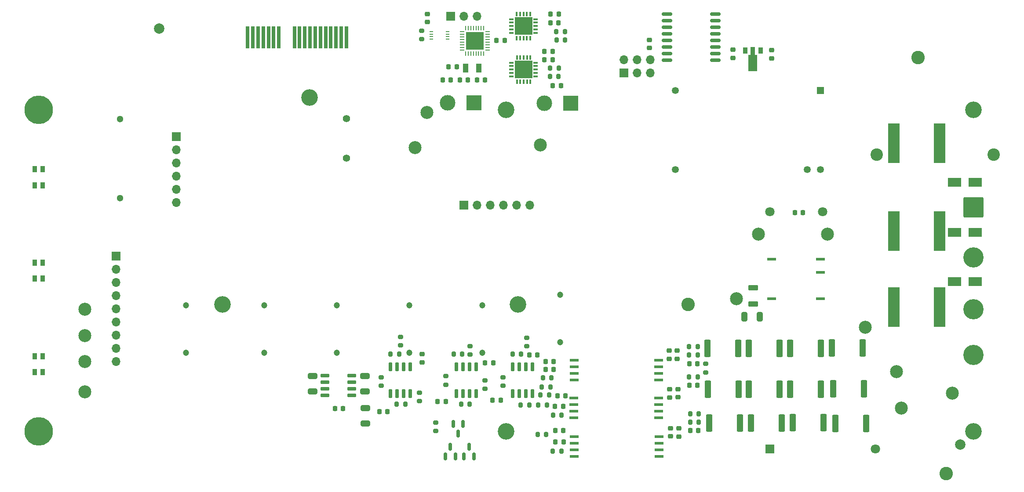
<source format=gbr>
%TF.GenerationSoftware,KiCad,Pcbnew,8.0.5*%
%TF.CreationDate,2024-11-08T09:24:58+00:00*%
%TF.ProjectId,Main_V44,4d61696e-5f56-4343-942e-6b696361645f,rev?*%
%TF.SameCoordinates,Original*%
%TF.FileFunction,Soldermask,Bot*%
%TF.FilePolarity,Negative*%
%FSLAX46Y46*%
G04 Gerber Fmt 4.6, Leading zero omitted, Abs format (unit mm)*
G04 Created by KiCad (PCBNEW 8.0.5) date 2024-11-08 09:24:58*
%MOMM*%
%LPD*%
G01*
G04 APERTURE LIST*
G04 Aperture macros list*
%AMRoundRect*
0 Rectangle with rounded corners*
0 $1 Rounding radius*
0 $2 $3 $4 $5 $6 $7 $8 $9 X,Y pos of 4 corners*
0 Add a 4 corners polygon primitive as box body*
4,1,4,$2,$3,$4,$5,$6,$7,$8,$9,$2,$3,0*
0 Add four circle primitives for the rounded corners*
1,1,$1+$1,$2,$3*
1,1,$1+$1,$4,$5*
1,1,$1+$1,$6,$7*
1,1,$1+$1,$8,$9*
0 Add four rect primitives between the rounded corners*
20,1,$1+$1,$2,$3,$4,$5,0*
20,1,$1+$1,$4,$5,$6,$7,0*
20,1,$1+$1,$6,$7,$8,$9,0*
20,1,$1+$1,$8,$9,$2,$3,0*%
%AMFreePoly0*
4,1,9,3.862500,-0.866500,0.737500,-0.866500,0.737500,-0.450000,-0.737500,-0.450000,-0.737500,0.450000,0.737500,0.450000,0.737500,0.866500,3.862500,0.866500,3.862500,-0.866500,3.862500,-0.866500,$1*%
G04 Aperture macros list end*
%ADD10R,3.000000X3.000000*%
%ADD11C,3.000000*%
%ADD12C,5.500000*%
%ADD13C,3.600000*%
%ADD14C,1.300000*%
%ADD15C,1.200000*%
%ADD16RoundRect,0.250002X-1.699998X-1.699998X1.699998X-1.699998X1.699998X1.699998X-1.699998X1.699998X0*%
%ADD17C,3.900000*%
%ADD18R,1.700000X1.700000*%
%ADD19O,1.700000X1.700000*%
%ADD20C,1.400000*%
%ADD21C,2.600000*%
%ADD22C,3.200000*%
%ADD23C,2.400000*%
%ADD24R,0.700000X4.300000*%
%ADD25R,1.350000X1.350000*%
%ADD26C,1.350000*%
%ADD27R,1.800000X1.800000*%
%ADD28C,1.800000*%
%ADD29RoundRect,0.200000X0.200000X0.275000X-0.200000X0.275000X-0.200000X-0.275000X0.200000X-0.275000X0*%
%ADD30RoundRect,0.225000X0.250000X-0.225000X0.250000X0.225000X-0.250000X0.225000X-0.250000X-0.225000X0*%
%ADD31R,2.260600X7.696200*%
%ADD32RoundRect,0.200000X-0.200000X-0.275000X0.200000X-0.275000X0.200000X0.275000X-0.200000X0.275000X0*%
%ADD33C,2.500000*%
%ADD34RoundRect,0.250000X0.362500X1.425000X-0.362500X1.425000X-0.362500X-1.425000X0.362500X-1.425000X0*%
%ADD35RoundRect,0.200000X0.275000X-0.200000X0.275000X0.200000X-0.275000X0.200000X-0.275000X-0.200000X0*%
%ADD36RoundRect,0.250000X0.650000X-0.325000X0.650000X0.325000X-0.650000X0.325000X-0.650000X-0.325000X0*%
%ADD37RoundRect,0.225000X-0.225000X-0.250000X0.225000X-0.250000X0.225000X0.250000X-0.225000X0.250000X0*%
%ADD38RoundRect,0.150000X-0.150000X0.725000X-0.150000X-0.725000X0.150000X-0.725000X0.150000X0.725000X0*%
%ADD39RoundRect,0.225000X0.225000X0.250000X-0.225000X0.250000X-0.225000X-0.250000X0.225000X-0.250000X0*%
%ADD40R,1.000000X1.800000*%
%ADD41R,0.863600X1.244600*%
%ADD42C,2.000000*%
%ADD43RoundRect,0.200000X-0.275000X0.200000X-0.275000X-0.200000X0.275000X-0.200000X0.275000X0.200000X0*%
%ADD44R,1.803400X0.558800*%
%ADD45RoundRect,0.250000X-0.325000X-0.650000X0.325000X-0.650000X0.325000X0.650000X-0.325000X0.650000X0*%
%ADD46R,0.750000X0.250000*%
%ADD47RoundRect,0.150000X-0.150000X0.587500X-0.150000X-0.587500X0.150000X-0.587500X0.150000X0.587500X0*%
%ADD48RoundRect,0.225000X-0.250000X0.225000X-0.250000X-0.225000X0.250000X-0.225000X0.250000X0.225000X0*%
%ADD49R,2.500000X1.800000*%
%ADD50R,1.676400X0.558800*%
%ADD51R,0.812800X0.254000*%
%ADD52R,0.254000X0.812800*%
%ADD53R,3.505200X3.505200*%
%ADD54RoundRect,0.150000X-0.875000X-0.150000X0.875000X-0.150000X0.875000X0.150000X-0.875000X0.150000X0*%
%ADD55R,0.965200X0.304800*%
%ADD56R,0.304800X0.965200*%
%ADD57R,3.352800X3.352800*%
%ADD58RoundRect,0.150000X-0.725000X-0.150000X0.725000X-0.150000X0.725000X0.150000X-0.725000X0.150000X0*%
%ADD59RoundRect,0.150000X0.150000X-0.587500X0.150000X0.587500X-0.150000X0.587500X-0.150000X-0.587500X0*%
%ADD60RoundRect,0.250000X-0.700000X0.275000X-0.700000X-0.275000X0.700000X-0.275000X0.700000X0.275000X0*%
%ADD61R,0.900000X1.300000*%
%ADD62FreePoly0,270.000000*%
G04 APERTURE END LIST*
D10*
%TO.C,J27*%
X87800000Y-2667000D03*
D11*
X82720000Y-2667000D03*
%TD*%
D12*
%TO.C,H1*%
X4000000Y-4000000D03*
D13*
X4000000Y-4000000D03*
%TD*%
D14*
%TO.C,J2*%
X19675000Y-5765000D03*
X19675000Y-21005000D03*
%TD*%
D15*
%TO.C,U17*%
X61400000Y-50800000D03*
X61400000Y-41650000D03*
%TD*%
D16*
%TO.C,J23*%
X184000000Y-22800000D03*
%TD*%
D17*
%TO.C,J26*%
X184000000Y-51260000D03*
%TD*%
D18*
%TO.C,J5*%
X116680000Y3085000D03*
D19*
X116680000Y5625000D03*
X119220000Y3085000D03*
X119220000Y5625000D03*
X121760000Y3085000D03*
X121760000Y5625000D03*
%TD*%
D20*
%TO.C,J3*%
X63275000Y-5715000D03*
X63275000Y-13335000D03*
%TD*%
D15*
%TO.C,U15*%
X89400000Y-50800000D03*
X89400000Y-41650000D03*
%TD*%
D10*
%TO.C,J28*%
X106451400Y-2717800D03*
D11*
X101371400Y-2717800D03*
%TD*%
D21*
%TO.C,H12*%
X178714400Y-74091800D03*
%TD*%
%TO.C,H8*%
X173355000Y6096000D03*
%TD*%
D22*
%TO.C,H9*%
X56125000Y-1610000D03*
%TD*%
%TO.C,H4*%
X184000000Y-66000000D03*
%TD*%
D23*
%TO.C,C52*%
X187881600Y-12598400D03*
X165381600Y-12598400D03*
%TD*%
D15*
%TO.C,U19*%
X32400000Y-41650000D03*
X32400000Y-50800000D03*
%TD*%
D24*
%TO.C,J7*%
X63250000Y10000000D03*
X62250000Y10000000D03*
X61250000Y10000000D03*
X60250000Y10000000D03*
X59250000Y10000000D03*
X58250000Y10000000D03*
X57250000Y10000000D03*
X56250000Y10000000D03*
X55250000Y10000000D03*
X54250000Y10000000D03*
X53250000Y10000000D03*
X50250000Y10000000D03*
X49250000Y10000000D03*
X48250000Y10000000D03*
X47250000Y10000000D03*
X46250000Y10000000D03*
X45250000Y10000000D03*
X44250000Y10000000D03*
%TD*%
D15*
%TO.C,U16*%
X75410000Y-50780000D03*
X75410000Y-41630000D03*
%TD*%
D22*
%TO.C,H7*%
X96283000Y-41500200D03*
%TD*%
D15*
%TO.C,U18*%
X47400000Y-50800000D03*
X47400000Y-41650000D03*
%TD*%
D25*
%TO.C,PS2*%
X154510000Y-250000D03*
D26*
X126570000Y-250000D03*
X126570000Y-15490000D03*
X151970000Y-15490000D03*
X154510000Y-15490000D03*
%TD*%
D18*
%TO.C,J13*%
X85877000Y-22377800D03*
D19*
X88417000Y-22377800D03*
X90957000Y-22377800D03*
X93497000Y-22377800D03*
X96037000Y-22377800D03*
X98577000Y-22377800D03*
%TD*%
D13*
%TO.C,H6*%
X4000000Y-66000000D03*
D12*
X4000000Y-66000000D03*
%TD*%
D27*
%TO.C,PS1*%
X144830000Y-69327500D03*
D28*
X165150000Y-69327500D03*
X154990000Y-23607500D03*
X144830000Y-23607500D03*
%TD*%
D22*
%TO.C,H3*%
X94000000Y-4000000D03*
%TD*%
D17*
%TO.C,J24*%
X184000000Y-32400000D03*
%TD*%
D21*
%TO.C,H10*%
X129032000Y-41478200D03*
%TD*%
D22*
%TO.C,H5*%
X94000000Y-66000000D03*
%TD*%
%TO.C,H2*%
X184000000Y-4000000D03*
%TD*%
%TO.C,H11*%
X39411400Y-41500200D03*
%TD*%
D18*
%TO.C,J4*%
X30505400Y-9169400D03*
D19*
X30505400Y-11709400D03*
X30505400Y-14249400D03*
X30505400Y-16789400D03*
X30505400Y-19329400D03*
X30505400Y-21869400D03*
%TD*%
D17*
%TO.C,J25*%
X184000000Y-42400000D03*
%TD*%
D18*
%TO.C,J15*%
X18925000Y-32180000D03*
D19*
X18925000Y-34720000D03*
X18925000Y-37260000D03*
X18925000Y-39800000D03*
X18925000Y-42340000D03*
X18925000Y-44880000D03*
X18925000Y-47420000D03*
X18925000Y-49960000D03*
X18925000Y-52500000D03*
%TD*%
D15*
%TO.C,U14*%
X104400000Y-39650000D03*
X104400000Y-48800000D03*
%TD*%
D29*
%TO.C,R4*%
X130902900Y-51261200D03*
X129252900Y-51261200D03*
%TD*%
D30*
%TO.C,C24*%
X127076200Y-59398200D03*
X127076200Y-57848200D03*
%TD*%
D31*
%TO.C,RV3*%
X177481500Y-42025000D03*
X168718500Y-42025000D03*
%TD*%
D32*
%TO.C,R45*%
X96825000Y-60850000D03*
X98475000Y-60850000D03*
%TD*%
D33*
%TO.C,J19*%
X12877800Y-47472600D03*
%TD*%
%TO.C,J20*%
X12877800Y-52476400D03*
%TD*%
D18*
%TO.C,J21*%
X83352400Y14071600D03*
D19*
X85892400Y14071600D03*
X88432400Y14071600D03*
%TD*%
D34*
%TO.C,R5*%
X162690400Y-49911200D03*
X156765400Y-49911200D03*
%TD*%
%TO.C,R20*%
X139085400Y-64391200D03*
X133160400Y-64391200D03*
%TD*%
D30*
%TO.C,C1*%
X121640600Y7962600D03*
X121640600Y9512600D03*
%TD*%
%TO.C,C22*%
X125628400Y-66916600D03*
X125628400Y-65366600D03*
%TD*%
D32*
%TO.C,R32*%
X100089200Y-66573400D03*
X101739200Y-66573400D03*
%TD*%
D35*
%TO.C,R38*%
X89916000Y-57797200D03*
X89916000Y-56147200D03*
%TD*%
D36*
%TO.C,C18*%
X56710000Y-58235000D03*
X56710000Y-55285000D03*
%TD*%
D37*
%TO.C,C48*%
X102552200Y12801600D03*
X104102200Y12801600D03*
%TD*%
D38*
%TO.C,U3*%
X95278554Y-53535000D03*
X96548554Y-53535000D03*
X97818554Y-53535000D03*
X99088554Y-53535000D03*
X99088554Y-58685000D03*
X97818554Y-58685000D03*
X96548554Y-58685000D03*
X95278554Y-58685000D03*
%TD*%
D36*
%TO.C,C19*%
X66810000Y-58225000D03*
X66810000Y-55275000D03*
%TD*%
D37*
%TO.C,C15*%
X149593000Y-23799800D03*
X151143000Y-23799800D03*
%TD*%
D39*
%TO.C,C42*%
X93713600Y9398000D03*
X92163600Y9398000D03*
%TD*%
D37*
%TO.C,C4*%
X129302900Y-57061200D03*
X130852900Y-57061200D03*
%TD*%
D34*
%TO.C,R7*%
X146690400Y-49961200D03*
X140765400Y-49961200D03*
%TD*%
D40*
%TO.C,Y1*%
X86253000Y4089400D03*
X88753000Y4089400D03*
%TD*%
D41*
%TO.C,LED1*%
X4750001Y-18536700D03*
X3249999Y-18536700D03*
X3249999Y-15463300D03*
X4750001Y-15463300D03*
%TD*%
D32*
%TO.C,R37*%
X83925000Y-51100000D03*
X85575000Y-51100000D03*
%TD*%
D42*
%TO.C,FID1*%
X27203400Y11684000D03*
%TD*%
D31*
%TO.C,RV1*%
X177481500Y-10425000D03*
X168718500Y-10425000D03*
%TD*%
D33*
%TO.C,J32*%
X138379200Y-40411400D03*
%TD*%
D32*
%TO.C,R27*%
X101079800Y-55600600D03*
X102729800Y-55600600D03*
%TD*%
D39*
%TO.C,C34*%
X71133000Y-62153800D03*
X69583000Y-62153800D03*
%TD*%
D34*
%TO.C,R6*%
X154640400Y-49961200D03*
X148715400Y-49961200D03*
%TD*%
D43*
%TO.C,R42*%
X77300000Y-58475000D03*
X77300000Y-60125000D03*
%TD*%
D35*
%TO.C,R43*%
X69930000Y-57165000D03*
X69930000Y-55515000D03*
%TD*%
D39*
%TO.C,C28*%
X103162400Y-54025800D03*
X101612400Y-54025800D03*
%TD*%
D44*
%TO.C,U4*%
X123373400Y-59515000D03*
X123373400Y-60785000D03*
X123373400Y-62055000D03*
X123373400Y-63325000D03*
X107066600Y-63325000D03*
X107066600Y-62055000D03*
X107066600Y-60785000D03*
X107066600Y-59515000D03*
%TD*%
D39*
%TO.C,C29*%
X104991200Y-61112400D03*
X103441200Y-61112400D03*
%TD*%
D32*
%TO.C,R34*%
X103721400Y9474200D03*
X105371400Y9474200D03*
%TD*%
D45*
%TO.C,C53*%
X139901400Y-43840400D03*
X142851400Y-43840400D03*
%TD*%
D32*
%TO.C,R30*%
X100200000Y-60875000D03*
X101850000Y-60875000D03*
%TD*%
D39*
%TO.C,C31*%
X103162400Y-52476400D03*
X101612400Y-52476400D03*
%TD*%
D33*
%TO.C,J10*%
X179933600Y-58597800D03*
%TD*%
D32*
%TO.C,R31*%
X102984800Y-69748400D03*
X104634800Y-69748400D03*
%TD*%
D37*
%TO.C,C38*%
X89979200Y-52755800D03*
X91529200Y-52755800D03*
%TD*%
D41*
%TO.C,LED2*%
X4750001Y-36536700D03*
X3249999Y-36536700D03*
X3249999Y-33463300D03*
X4750001Y-33463300D03*
%TD*%
D46*
%TO.C,U9*%
X82753800Y11113200D03*
X82753800Y10613200D03*
X82753800Y10113200D03*
X82753800Y9613200D03*
X79653800Y9613200D03*
X79653800Y10113200D03*
X79653800Y10613200D03*
X79653800Y11113200D03*
%TD*%
D33*
%TO.C,J11*%
X100634800Y-10744200D03*
%TD*%
D44*
%TO.C,U6*%
X123473400Y-67015000D03*
X123473400Y-68285000D03*
X123473400Y-69555000D03*
X123473400Y-70825000D03*
X107166600Y-70825000D03*
X107166600Y-69555000D03*
X107166600Y-68285000D03*
X107166600Y-67015000D03*
%TD*%
D47*
%TO.C,Q3*%
X83835200Y-64492900D03*
X85735200Y-64492900D03*
X84785200Y-66367900D03*
%TD*%
D36*
%TO.C,C17*%
X66950000Y-64425000D03*
X66950000Y-61475000D03*
%TD*%
D34*
%TO.C,R12*%
X146640400Y-57861200D03*
X140715400Y-57861200D03*
%TD*%
D35*
%TO.C,R3*%
X97993200Y-49567600D03*
X97993200Y-47917600D03*
%TD*%
D37*
%TO.C,C7*%
X129477900Y-65831200D03*
X131027900Y-65831200D03*
%TD*%
D32*
%TO.C,R51*%
X102476800Y4064000D03*
X104126800Y4064000D03*
%TD*%
D33*
%TO.C,J22*%
X12877800Y-58369200D03*
%TD*%
D37*
%TO.C,C49*%
X101409200Y5638800D03*
X102959200Y5638800D03*
%TD*%
%TO.C,C45*%
X81775000Y1727200D03*
X83325000Y1727200D03*
%TD*%
D31*
%TO.C,RV2*%
X177481500Y-27325000D03*
X168718500Y-27325000D03*
%TD*%
D39*
%TO.C,C35*%
X82385200Y-60248800D03*
X80835200Y-60248800D03*
%TD*%
D35*
%TO.C,R14*%
X132477900Y-54611200D03*
X132477900Y-52961200D03*
%TD*%
D33*
%TO.C,J17*%
X78790800Y-4470400D03*
%TD*%
D48*
%TO.C,C25*%
X145135600Y7506000D03*
X145135600Y5956000D03*
%TD*%
D49*
%TO.C,D6*%
X184372000Y-37058600D03*
X180372000Y-37058600D03*
%TD*%
D37*
%TO.C,C50*%
X101409200Y7239000D03*
X102959200Y7239000D03*
%TD*%
D33*
%TO.C,J9*%
X170154600Y-61493400D03*
%TD*%
D37*
%TO.C,C37*%
X98475800Y-51231800D03*
X100025800Y-51231800D03*
%TD*%
D50*
%TO.C,PS3*%
X154508200Y-32740600D03*
X154508200Y-35280600D03*
X154508200Y-40360600D03*
X145161000Y-40360600D03*
X145161000Y-32740600D03*
%TD*%
D39*
%TO.C,C33*%
X92951600Y-59969400D03*
X91401600Y-59969400D03*
%TD*%
D34*
%TO.C,R11*%
X154590400Y-57811200D03*
X148665400Y-57811200D03*
%TD*%
D44*
%TO.C,U7*%
X123423400Y-52265000D03*
X123423400Y-53535000D03*
X123423400Y-54805000D03*
X123423400Y-56075000D03*
X107116600Y-56075000D03*
X107116600Y-54805000D03*
X107116600Y-53535000D03*
X107116600Y-52265000D03*
%TD*%
D42*
%TO.C,FID2*%
X181432200Y-68503800D03*
%TD*%
D49*
%TO.C,D5*%
X184372000Y-27609800D03*
X180372000Y-27609800D03*
%TD*%
D33*
%TO.C,J6*%
X163171100Y-45907400D03*
%TD*%
D37*
%TO.C,C46*%
X103009400Y635000D03*
X104559400Y635000D03*
%TD*%
D34*
%TO.C,R19*%
X147085400Y-64391200D03*
X141160400Y-64391200D03*
%TD*%
D32*
%TO.C,R46*%
X72925000Y-60740000D03*
X74575000Y-60740000D03*
%TD*%
D43*
%TO.C,R35*%
X80425000Y-64250000D03*
X80425000Y-65900000D03*
%TD*%
D30*
%TO.C,C23*%
X126949200Y-51956000D03*
X126949200Y-50406000D03*
%TD*%
D49*
%TO.C,D4*%
X184372000Y-17932400D03*
X180372000Y-17932400D03*
%TD*%
D34*
%TO.C,R8*%
X138740400Y-49961200D03*
X132815400Y-49961200D03*
%TD*%
D39*
%TO.C,C27*%
X105067400Y-67970400D03*
X103517400Y-67970400D03*
%TD*%
D35*
%TO.C,R41*%
X93440000Y-57195000D03*
X93440000Y-55545000D03*
%TD*%
D33*
%TO.C,J12*%
X142595600Y-27990800D03*
%TD*%
D30*
%TO.C,C20*%
X127285648Y-66942000D03*
X127285648Y-65392000D03*
%TD*%
D33*
%TO.C,J16*%
X76504800Y-11252200D03*
%TD*%
%TO.C,J8*%
X169214800Y-54457600D03*
%TD*%
D51*
%TO.C,U22*%
X85509100Y7546401D03*
X85509100Y8046400D03*
X85509100Y8546399D03*
X85509100Y9046400D03*
X85509100Y9546400D03*
X85509100Y10046401D03*
X85509100Y10546400D03*
X85509100Y11046399D03*
D52*
X86210201Y11747500D03*
X86710200Y11747500D03*
X87210199Y11747500D03*
X87710200Y11747500D03*
X88210200Y11747500D03*
X88710201Y11747500D03*
X89210200Y11747500D03*
X89710199Y11747500D03*
D51*
X90411300Y11046399D03*
X90411300Y10546400D03*
X90411300Y10046401D03*
X90411300Y9546400D03*
X90411300Y9046400D03*
X90411300Y8546399D03*
X90411300Y8046400D03*
X90411300Y7546401D03*
D52*
X89710199Y6845300D03*
X89210200Y6845300D03*
X88710201Y6845300D03*
X88210200Y6845300D03*
X87710200Y6845300D03*
X87210199Y6845300D03*
X86710200Y6845300D03*
X86210201Y6845300D03*
D53*
X87960200Y9296400D03*
%TD*%
D35*
%TO.C,R39*%
X82390000Y-56980000D03*
X82390000Y-55330000D03*
%TD*%
D54*
%TO.C,U2*%
X124990000Y5615000D03*
X124990000Y6885000D03*
X124990000Y8155000D03*
X124990000Y9425000D03*
X124990000Y10695000D03*
X124990000Y11965000D03*
X124990000Y13235000D03*
X124990000Y14505000D03*
X134290000Y14505000D03*
X134290000Y13235000D03*
X134290000Y11965000D03*
X134290000Y10695000D03*
X134290000Y9425000D03*
X134290000Y8155000D03*
X134290000Y6885000D03*
X134290000Y5615000D03*
%TD*%
D55*
%TO.C,U11*%
X99682300Y13466600D03*
X99682300Y12816599D03*
X99682300Y12166600D03*
X99682300Y11516601D03*
X99682300Y10866600D03*
D56*
X98658200Y9842500D03*
X98008199Y9842500D03*
X97358200Y9842500D03*
X96708201Y9842500D03*
X96058200Y9842500D03*
D55*
X95034100Y10866600D03*
X95034100Y11516601D03*
X95034100Y12166600D03*
X95034100Y12816599D03*
X95034100Y13466600D03*
D56*
X96058200Y14490700D03*
X96708201Y14490700D03*
X97358200Y14490700D03*
X98008199Y14490700D03*
X98658200Y14490700D03*
D57*
X97358200Y12166600D03*
%TD*%
D32*
%TO.C,R36*%
X95265000Y-51060000D03*
X96915000Y-51060000D03*
%TD*%
D29*
%TO.C,R28*%
X102552000Y-57378600D03*
X100902000Y-57378600D03*
%TD*%
D55*
%TO.C,U20*%
X99707700Y5084600D03*
X99707700Y4434599D03*
X99707700Y3784600D03*
X99707700Y3134601D03*
X99707700Y2484600D03*
D56*
X98683600Y1460500D03*
X98033599Y1460500D03*
X97383600Y1460500D03*
X96733601Y1460500D03*
X96083600Y1460500D03*
D55*
X95059500Y2484600D03*
X95059500Y3134601D03*
X95059500Y3784600D03*
X95059500Y4434599D03*
X95059500Y5084600D03*
D56*
X96083600Y6108700D03*
X96733601Y6108700D03*
X97383600Y6108700D03*
X98033599Y6108700D03*
X98683600Y6108700D03*
D57*
X97383600Y3784600D03*
%TD*%
D34*
%TO.C,R10*%
X162890400Y-57761200D03*
X156965400Y-57761200D03*
%TD*%
D32*
%TO.C,R53*%
X102451400Y2463800D03*
X104101400Y2463800D03*
%TD*%
D39*
%TO.C,C32*%
X105423000Y-59105800D03*
X103873000Y-59105800D03*
%TD*%
D58*
%TO.C,U21*%
X59135000Y-59055000D03*
X59135000Y-57785000D03*
X59135000Y-56515000D03*
X59135000Y-55245000D03*
X64285000Y-55245000D03*
X64285000Y-56515000D03*
X64285000Y-57785000D03*
X64285000Y-59055000D03*
%TD*%
D33*
%TO.C,J14*%
X155905200Y-27990800D03*
%TD*%
D29*
%TO.C,R9*%
X130902900Y-49661200D03*
X129252900Y-49661200D03*
%TD*%
D30*
%TO.C,C10*%
X137668000Y6032200D03*
X137668000Y7582200D03*
%TD*%
%TO.C,C39*%
X77825600Y-52654200D03*
X77825600Y-51104200D03*
%TD*%
D33*
%TO.C,J18*%
X12877800Y-42392600D03*
%TD*%
D35*
%TO.C,R33*%
X77724000Y9639800D03*
X77724000Y11289800D03*
%TD*%
D29*
%TO.C,R21*%
X131097900Y-62591200D03*
X129447900Y-62591200D03*
%TD*%
D59*
%TO.C,Q2*%
X87818000Y-70812900D03*
X85918000Y-70812900D03*
X86868000Y-68937900D03*
%TD*%
D38*
%TO.C,U12*%
X84418554Y-53535000D03*
X85688554Y-53535000D03*
X86958554Y-53535000D03*
X88228554Y-53535000D03*
X88228554Y-58685000D03*
X86958554Y-58685000D03*
X85688554Y-58685000D03*
X84418554Y-58685000D03*
%TD*%
D39*
%TO.C,C41*%
X86677800Y1803400D03*
X85127800Y1803400D03*
%TD*%
D59*
%TO.C,Q4*%
X84236600Y-70812900D03*
X82336600Y-70812900D03*
X83286600Y-68937900D03*
%TD*%
D32*
%TO.C,R22*%
X71755000Y-51080000D03*
X73405000Y-51080000D03*
%TD*%
D29*
%TO.C,R1*%
X130902900Y-55511200D03*
X129252900Y-55511200D03*
%TD*%
D32*
%TO.C,R40*%
X100648000Y-58978800D03*
X102298000Y-58978800D03*
%TD*%
D38*
%TO.C,U13*%
X71778554Y-53535000D03*
X73048554Y-53535000D03*
X74318554Y-53535000D03*
X75588554Y-53535000D03*
X75588554Y-58685000D03*
X74318554Y-58685000D03*
X73048554Y-58685000D03*
X71778554Y-58685000D03*
%TD*%
D39*
%TO.C,C36*%
X62624000Y-61544200D03*
X61074000Y-61544200D03*
%TD*%
D37*
%TO.C,C47*%
X102577600Y14427200D03*
X104127600Y14427200D03*
%TD*%
%TO.C,C44*%
X88404400Y1803400D03*
X89954400Y1803400D03*
%TD*%
D34*
%TO.C,R17*%
X163335400Y-64441200D03*
X157410400Y-64441200D03*
%TD*%
D39*
%TO.C,C30*%
X105042000Y-65786000D03*
X103492000Y-65786000D03*
%TD*%
D41*
%TO.C,LED3*%
X4750001Y-54536700D03*
X3249999Y-54536700D03*
X3249999Y-51463300D03*
X4750001Y-51463300D03*
%TD*%
D30*
%TO.C,C26*%
X125476000Y-59411200D03*
X125476000Y-57861200D03*
%TD*%
D60*
%TO.C,L3*%
X141579600Y-38252200D03*
X141579600Y-41402200D03*
%TD*%
D34*
%TO.C,R18*%
X155135400Y-64291200D03*
X149210400Y-64291200D03*
%TD*%
%TO.C,R13*%
X138776300Y-57861200D03*
X132851300Y-57861200D03*
%TD*%
D29*
%TO.C,R16*%
X131097900Y-64191200D03*
X129447900Y-64191200D03*
%TD*%
D32*
%TO.C,R44*%
X85331800Y-60680600D03*
X86981800Y-60680600D03*
%TD*%
D37*
%TO.C,C43*%
X82943400Y4267200D03*
X84493400Y4267200D03*
%TD*%
D35*
%TO.C,R15*%
X87090000Y-51190000D03*
X87090000Y-49540000D03*
%TD*%
D32*
%TO.C,R29*%
X103035600Y-62839600D03*
X104685600Y-62839600D03*
%TD*%
D37*
%TO.C,C6*%
X129302900Y-52961200D03*
X130852900Y-52961200D03*
%TD*%
D30*
%TO.C,C21*%
X125374400Y-51956000D03*
X125374400Y-50406000D03*
%TD*%
D35*
%TO.C,R2*%
X73660000Y-49390000D03*
X73660000Y-47740000D03*
%TD*%
D29*
%TO.C,R52*%
X105346000Y11074400D03*
X103696000Y11074400D03*
%TD*%
D61*
%TO.C,U5*%
X140028800Y7441200D03*
D62*
X141528800Y7353700D03*
D61*
X143028800Y7441200D03*
%TD*%
D30*
%TO.C,C40*%
X78841600Y12928000D03*
X78841600Y14478000D03*
%TD*%
M02*

</source>
